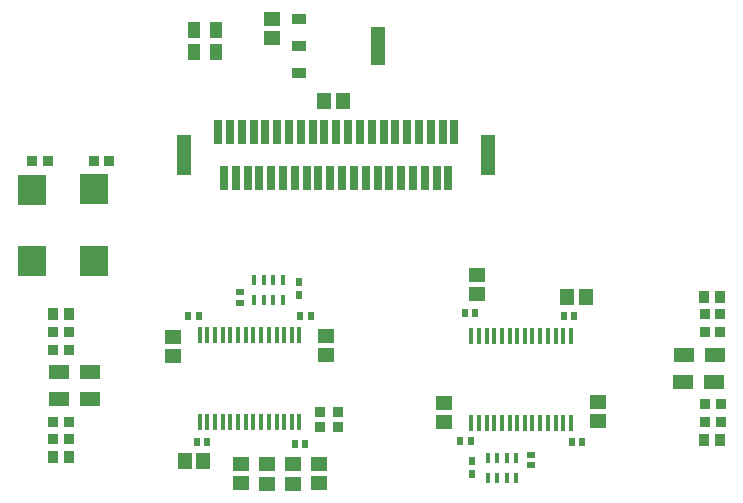
<source format=gtp>
G04*
G04 #@! TF.GenerationSoftware,Altium Limited,Altium Designer,21.8.1 (53)*
G04*
G04 Layer_Color=8421504*
%FSLAX25Y25*%
%MOIN*%
G70*
G04*
G04 #@! TF.SameCoordinates,C51AC878-C841-4A90-9CA5-41AFAFBE50B8*
G04*
G04*
G04 #@! TF.FilePolarity,Positive*
G04*
G01*
G75*
%ADD20R,0.09646X0.10039*%
%ADD21R,0.05512X0.05118*%
%ADD22R,0.02362X0.02520*%
%ADD23R,0.01400X0.05800*%
%ADD24R,0.03740X0.03347*%
%ADD25R,0.03543X0.03937*%
%ADD26R,0.05118X0.05512*%
%ADD27R,0.05118X0.12795*%
%ADD28R,0.05118X0.03740*%
%ADD29R,0.04000X0.05500*%
%ADD30R,0.03347X0.03740*%
%ADD31R,0.07087X0.04842*%
%ADD32R,0.02520X0.02362*%
%ADD33R,0.01772X0.03543*%
%ADD34R,0.02362X0.02953*%
%ADD35R,0.05512X0.04724*%
%ADD36R,0.05100X0.13400*%
%ADD37R,0.02800X0.08200*%
D20*
X295669Y318307D02*
D03*
Y294488D02*
D03*
X316142Y294685D02*
D03*
X316142Y318504D02*
D03*
D21*
X444065Y289961D02*
D03*
Y283661D02*
D03*
X433071Y241012D02*
D03*
Y247311D02*
D03*
X393701Y263386D02*
D03*
Y269685D02*
D03*
X342520Y262992D02*
D03*
Y269291D02*
D03*
X484223Y247638D02*
D03*
Y241339D02*
D03*
X375590Y375197D02*
D03*
Y368898D02*
D03*
X391339Y226772D02*
D03*
Y220472D02*
D03*
X365354Y220472D02*
D03*
Y226772D02*
D03*
D22*
X438403Y234417D02*
D03*
X441868D02*
D03*
X475561Y234252D02*
D03*
X479026D02*
D03*
X385039Y276378D02*
D03*
X388504D02*
D03*
X351181D02*
D03*
X347716D02*
D03*
X386772Y233465D02*
D03*
X383307D02*
D03*
X439971Y277165D02*
D03*
X443435D02*
D03*
X350472Y234252D02*
D03*
X353937D02*
D03*
X476270Y276378D02*
D03*
X472806D02*
D03*
D23*
X442032Y269618D02*
D03*
X444532D02*
D03*
X447132D02*
D03*
X449632D02*
D03*
X452232D02*
D03*
X454832D02*
D03*
X457332D02*
D03*
X459932D02*
D03*
X462432D02*
D03*
X465032D02*
D03*
X467632D02*
D03*
X470132D02*
D03*
X472732D02*
D03*
X475232D02*
D03*
Y240618D02*
D03*
X472732D02*
D03*
X470132D02*
D03*
X467632D02*
D03*
X465032D02*
D03*
X462432D02*
D03*
X459932D02*
D03*
X457332D02*
D03*
X454832D02*
D03*
X452232D02*
D03*
X449632D02*
D03*
X447132D02*
D03*
X444532D02*
D03*
X442032D02*
D03*
X384710Y270012D02*
D03*
X382210D02*
D03*
X379610D02*
D03*
X377110D02*
D03*
X374510Y270012D02*
D03*
X371910Y270012D02*
D03*
X369410D02*
D03*
X366810D02*
D03*
X364310D02*
D03*
X361710Y270012D02*
D03*
X359110Y270012D02*
D03*
X356610D02*
D03*
X354010D02*
D03*
X351510D02*
D03*
Y241012D02*
D03*
X354010D02*
D03*
X356610D02*
D03*
X359110D02*
D03*
X361710D02*
D03*
X364310D02*
D03*
X366810D02*
D03*
X369410D02*
D03*
X371910D02*
D03*
X374510D02*
D03*
X377110D02*
D03*
X379610D02*
D03*
X382210D02*
D03*
X384710D02*
D03*
D24*
X397638Y239173D02*
D03*
X397638Y244291D02*
D03*
X391732Y244291D02*
D03*
Y239173D02*
D03*
D25*
X302559Y229201D02*
D03*
X307874Y229201D02*
D03*
X524902Y282677D02*
D03*
X519587D02*
D03*
X302756Y276839D02*
D03*
X308071D02*
D03*
X524902Y235039D02*
D03*
X519587D02*
D03*
D26*
X352756Y227953D02*
D03*
X346457D02*
D03*
X473987Y282677D02*
D03*
X480286D02*
D03*
X399213Y348031D02*
D03*
X392913D02*
D03*
D27*
X410827Y366142D02*
D03*
D28*
X384449Y357126D02*
D03*
Y366142D02*
D03*
Y375157D02*
D03*
D29*
X356850Y364173D02*
D03*
X349450D02*
D03*
X356850Y371654D02*
D03*
X349450D02*
D03*
D30*
X302756Y265028D02*
D03*
X307874D02*
D03*
X302756Y235106D02*
D03*
X307874D02*
D03*
X525079Y276772D02*
D03*
X519961D02*
D03*
X302756Y241012D02*
D03*
X307874D02*
D03*
X525000Y270866D02*
D03*
X519882Y270866D02*
D03*
X302756Y270933D02*
D03*
X307874D02*
D03*
X525197Y240945D02*
D03*
X520079D02*
D03*
X525197Y246850D02*
D03*
X520079D02*
D03*
X295669Y327953D02*
D03*
X300787D02*
D03*
X316142D02*
D03*
X321260D02*
D03*
D31*
X315039Y248492D02*
D03*
X304724Y248492D02*
D03*
X512795Y263386D02*
D03*
X523110Y263386D02*
D03*
X315039Y257547D02*
D03*
X304724Y257547D02*
D03*
X512717Y254331D02*
D03*
X523032Y254331D02*
D03*
D32*
X364961Y280709D02*
D03*
Y284173D02*
D03*
X461782Y229921D02*
D03*
Y226457D02*
D03*
D33*
X450758Y222307D02*
D03*
X447609D02*
D03*
X457058D02*
D03*
X453908D02*
D03*
X453908Y229000D02*
D03*
X457058D02*
D03*
X447609D02*
D03*
X450758D02*
D03*
X372835Y288386D02*
D03*
X369685D02*
D03*
X379134D02*
D03*
X375984D02*
D03*
Y281693D02*
D03*
X379134D02*
D03*
X369685D02*
D03*
X372835D02*
D03*
D34*
X384646Y283169D02*
D03*
Y287697D02*
D03*
X442115Y227953D02*
D03*
Y223425D02*
D03*
D35*
X374016Y220276D02*
D03*
Y226969D02*
D03*
X382677Y220276D02*
D03*
Y226969D02*
D03*
D36*
X447594Y329999D02*
D03*
X346394Y329999D02*
D03*
D37*
X357695Y337699D02*
D03*
X359594Y322299D02*
D03*
X361595Y337699D02*
D03*
X363595Y322299D02*
D03*
X365494Y337699D02*
D03*
X367495Y322299D02*
D03*
X369495Y337699D02*
D03*
X371394Y322299D02*
D03*
X373394Y337699D02*
D03*
X375395Y322299D02*
D03*
X377294Y337699D02*
D03*
X379294Y322299D02*
D03*
X381294Y337699D02*
D03*
X383295Y322299D02*
D03*
X385194Y337699D02*
D03*
X387194Y322299D02*
D03*
X389194Y337699D02*
D03*
X391094Y322299D02*
D03*
X393094Y337699D02*
D03*
X395094Y322299D02*
D03*
X396994Y337699D02*
D03*
X398994Y322299D02*
D03*
X400994Y337699D02*
D03*
X402894Y322299D02*
D03*
X404894Y337699D02*
D03*
X406894Y322299D02*
D03*
X408794Y337699D02*
D03*
X410794Y322299D02*
D03*
X412794Y337699D02*
D03*
X414694Y322299D02*
D03*
X416694Y337699D02*
D03*
X418694Y322299D02*
D03*
X420694Y337699D02*
D03*
X422594Y322299D02*
D03*
X424594Y337699D02*
D03*
X426594Y322299D02*
D03*
X428494Y337699D02*
D03*
X430494Y322299D02*
D03*
X432494Y337699D02*
D03*
X434395Y322299D02*
D03*
X436395Y337699D02*
D03*
M02*

</source>
